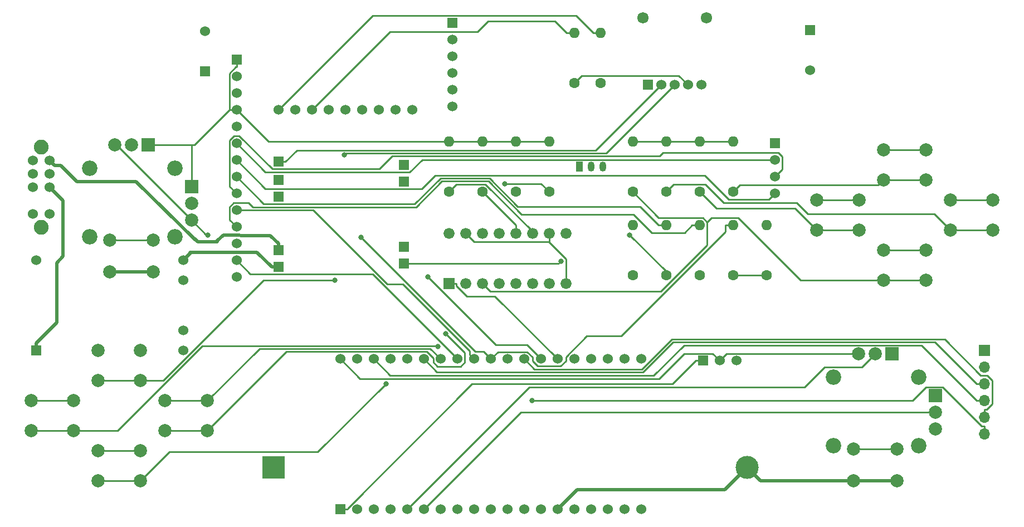
<source format=gbr>
G04 #@! TF.GenerationSoftware,KiCad,Pcbnew,5.1.6-c6e7f7d~86~ubuntu19.10.1*
G04 #@! TF.CreationDate,2020-06-13T17:36:59-04:00*
G04 #@! TF.ProjectId,Esp32Badge-v1,45737033-3242-4616-9467-652d76312e6b,2*
G04 #@! TF.SameCoordinates,Original*
G04 #@! TF.FileFunction,Copper,L1,Top*
G04 #@! TF.FilePolarity,Positive*
%FSLAX46Y46*%
G04 Gerber Fmt 4.6, Leading zero omitted, Abs format (unit mm)*
G04 Created by KiCad (PCBNEW 5.1.6-c6e7f7d~86~ubuntu19.10.1) date 2020-06-13 17:36:59*
%MOMM*%
%LPD*%
G01*
G04 APERTURE LIST*
G04 #@! TA.AperFunction,ComponentPad*
%ADD10C,2.000000*%
G04 #@! TD*
G04 #@! TA.AperFunction,ComponentPad*
%ADD11R,2.000000X2.000000*%
G04 #@! TD*
G04 #@! TA.AperFunction,ComponentPad*
%ADD12C,2.340000*%
G04 #@! TD*
G04 #@! TA.AperFunction,ComponentPad*
%ADD13O,1.700000X1.700000*%
G04 #@! TD*
G04 #@! TA.AperFunction,ComponentPad*
%ADD14R,1.700000X1.700000*%
G04 #@! TD*
G04 #@! TA.AperFunction,ComponentPad*
%ADD15C,1.530000*%
G04 #@! TD*
G04 #@! TA.AperFunction,ComponentPad*
%ADD16R,1.530000X1.530000*%
G04 #@! TD*
G04 #@! TA.AperFunction,ComponentPad*
%ADD17C,1.524000*%
G04 #@! TD*
G04 #@! TA.AperFunction,ComponentPad*
%ADD18R,1.524000X1.524000*%
G04 #@! TD*
G04 #@! TA.AperFunction,ComponentPad*
%ADD19C,2.250000*%
G04 #@! TD*
G04 #@! TA.AperFunction,ComponentPad*
%ADD20O,1.600000X1.600000*%
G04 #@! TD*
G04 #@! TA.AperFunction,ComponentPad*
%ADD21C,1.600000*%
G04 #@! TD*
G04 #@! TA.AperFunction,ComponentPad*
%ADD22R,1.050000X1.500000*%
G04 #@! TD*
G04 #@! TA.AperFunction,ComponentPad*
%ADD23O,1.050000X1.500000*%
G04 #@! TD*
G04 #@! TA.AperFunction,ComponentPad*
%ADD24R,3.500000X3.500000*%
G04 #@! TD*
G04 #@! TA.AperFunction,ComponentPad*
%ADD25C,3.500000*%
G04 #@! TD*
G04 #@! TA.AperFunction,ComponentPad*
%ADD26C,1.724000*%
G04 #@! TD*
G04 #@! TA.AperFunction,ComponentPad*
%ADD27C,1.676400*%
G04 #@! TD*
G04 #@! TA.AperFunction,ComponentPad*
%ADD28R,1.676400X1.676400*%
G04 #@! TD*
G04 #@! TA.AperFunction,ViaPad*
%ADD29C,0.800000*%
G04 #@! TD*
G04 #@! TA.AperFunction,Conductor*
%ADD30C,0.250000*%
G04 #@! TD*
G04 #@! TA.AperFunction,Conductor*
%ADD31C,0.500000*%
G04 #@! TD*
G04 APERTURE END LIST*
D10*
X81280000Y-47498000D03*
D11*
X83820000Y-47498000D03*
D10*
X78740000Y-47498000D03*
D11*
X90424000Y-53848000D03*
D10*
X90424000Y-56388000D03*
X90424000Y-58928000D03*
X77978000Y-61976000D03*
X84582000Y-61976000D03*
D12*
X74930000Y-51054000D03*
X87884000Y-51054000D03*
X87884000Y-61468000D03*
X74930000Y-61468000D03*
D10*
X77978000Y-66802000D03*
X84582000Y-66802000D03*
X194310000Y-79248000D03*
D11*
X196850000Y-79248000D03*
D10*
X191770000Y-79248000D03*
D11*
X203454000Y-85598000D03*
D10*
X203454000Y-88138000D03*
X203454000Y-90678000D03*
X191008000Y-93726000D03*
X197612000Y-93726000D03*
D12*
X187960000Y-82804000D03*
X200914000Y-82804000D03*
X200914000Y-93218000D03*
X187960000Y-93218000D03*
D10*
X191008000Y-98552000D03*
X197612000Y-98552000D03*
D13*
X210922000Y-91389200D03*
X210922000Y-88849200D03*
X210922000Y-86309200D03*
X210922000Y-83769200D03*
X210922000Y-81229200D03*
D14*
X210922000Y-78689200D03*
D15*
X113040000Y-80010000D03*
X115580000Y-80010000D03*
X118120000Y-80010000D03*
X120660000Y-80010000D03*
X123200000Y-80010000D03*
X125740000Y-80010000D03*
X128280000Y-80010000D03*
X130820000Y-80010000D03*
X133360000Y-80010000D03*
X135900000Y-80010000D03*
X138440000Y-80010000D03*
X140980000Y-80010000D03*
X143520000Y-80010000D03*
X146060000Y-80010000D03*
X148600000Y-80010000D03*
X151140000Y-80010000D03*
X153680000Y-80010000D03*
X156220000Y-80010000D03*
X158760000Y-80010000D03*
X158760000Y-102870000D03*
X156220000Y-102870000D03*
X153680000Y-102870000D03*
X151140000Y-102870000D03*
X148600000Y-102870000D03*
X146060000Y-102870000D03*
X143520000Y-102870000D03*
X140980000Y-102870000D03*
X138440000Y-102870000D03*
X135900000Y-102870000D03*
X133360000Y-102870000D03*
X130820000Y-102870000D03*
X128280000Y-102870000D03*
X125740000Y-102870000D03*
X123200000Y-102870000D03*
X120660000Y-102870000D03*
X118120000Y-102870000D03*
X115580000Y-102870000D03*
D16*
X113040000Y-102870000D03*
D17*
X89204800Y-78663800D03*
X89204800Y-75615800D03*
X89204800Y-67995800D03*
X89204800Y-64947800D03*
X66852800Y-64947800D03*
D18*
X66852800Y-78663800D03*
D17*
X66294000Y-57937400D03*
X66294000Y-53873400D03*
X66294000Y-51841400D03*
X68834000Y-57937400D03*
X68834000Y-53873400D03*
X68834000Y-51841400D03*
X66294000Y-49809400D03*
X68834000Y-49809400D03*
D19*
X67564000Y-59969400D03*
X67564000Y-47777400D03*
D17*
X173228000Y-80264000D03*
X170688000Y-80264000D03*
D18*
X168148000Y-80264000D03*
D20*
X152640000Y-30480000D03*
D21*
X152640000Y-38100000D03*
D20*
X148590000Y-30480000D03*
D21*
X148590000Y-38100000D03*
D22*
X149352000Y-50800000D03*
D23*
X152908000Y-50800000D03*
X151130000Y-50800000D03*
D20*
X162560000Y-59690000D03*
D21*
X162560000Y-67310000D03*
D18*
X179070000Y-47244000D03*
D17*
X179070000Y-49784000D03*
X179070000Y-52324000D03*
X179070000Y-54864000D03*
X97282000Y-67564000D03*
X97282000Y-65024000D03*
X97282000Y-62484000D03*
X97282000Y-59944000D03*
X97282000Y-57404000D03*
X97282000Y-54864000D03*
X97282000Y-52324000D03*
X97282000Y-49784000D03*
X97282000Y-47244000D03*
X97282000Y-44704000D03*
X97282000Y-42164000D03*
X97282000Y-39624000D03*
X97282000Y-37084000D03*
D18*
X97282000Y-34544000D03*
D24*
X102870000Y-96520000D03*
D25*
X174870000Y-96520000D03*
D26*
X168656000Y-28194000D03*
X159004000Y-28194000D03*
D18*
X159766000Y-38354000D03*
D17*
X161798000Y-38354000D03*
X167894000Y-38354000D03*
X165862000Y-38354000D03*
X163830000Y-38354000D03*
D18*
X103632000Y-55372000D03*
X103632000Y-52832000D03*
X103632000Y-63500000D03*
X103632000Y-66040000D03*
X103632000Y-50038000D03*
X122682000Y-62992000D03*
X122682000Y-65532000D03*
X122682000Y-53086000D03*
X122682000Y-50546000D03*
D17*
X103632000Y-42164000D03*
X106172000Y-42164000D03*
X108712000Y-42164000D03*
X111252000Y-42164000D03*
X113792000Y-42164000D03*
X116332000Y-42164000D03*
X118872000Y-42164000D03*
X121412000Y-42164000D03*
X123952000Y-42164000D03*
X130048000Y-41656000D03*
X130048000Y-39116000D03*
X130048000Y-36576000D03*
X130048000Y-34036000D03*
X130048000Y-31496000D03*
D18*
X130048000Y-28956000D03*
D27*
X129540000Y-60960000D03*
X132080000Y-60960000D03*
X134620000Y-60960000D03*
X137160000Y-60960000D03*
X139700000Y-60960000D03*
X142240000Y-60960000D03*
X144780000Y-60960000D03*
X147320000Y-60960000D03*
X147320000Y-68580000D03*
X144780000Y-68580000D03*
X142240000Y-68580000D03*
X139700000Y-68580000D03*
X137160000Y-68580000D03*
X134620000Y-68580000D03*
X132080000Y-68580000D03*
D28*
X129540000Y-68580000D03*
D20*
X157480000Y-59690000D03*
D21*
X157480000Y-67310000D03*
D20*
X177800000Y-59690000D03*
D21*
X177800000Y-67310000D03*
D20*
X172720000Y-59690000D03*
D21*
X172720000Y-67310000D03*
D20*
X167640000Y-59690000D03*
D21*
X167640000Y-67310000D03*
D20*
X172720000Y-46990000D03*
D21*
X172720000Y-54610000D03*
D20*
X167640000Y-46990000D03*
D21*
X167640000Y-54610000D03*
D20*
X162560000Y-46990000D03*
D21*
X162560000Y-54610000D03*
D20*
X157480000Y-46990000D03*
D21*
X157480000Y-54610000D03*
D18*
X184404000Y-30018000D03*
D17*
X184404000Y-36114000D03*
D18*
X92456000Y-36322000D03*
D17*
X92456000Y-30226000D03*
D20*
X129540000Y-46990000D03*
D21*
X129540000Y-54610000D03*
D20*
X134620000Y-46990000D03*
D21*
X134620000Y-54610000D03*
D20*
X139700000Y-46990000D03*
D21*
X139700000Y-54610000D03*
D20*
X144780000Y-46990000D03*
D21*
X144780000Y-54610000D03*
D10*
X82700000Y-78740000D03*
X82700000Y-83240000D03*
X76200000Y-78740000D03*
X76200000Y-83240000D03*
X82700000Y-93980000D03*
X82700000Y-98480000D03*
X76200000Y-93980000D03*
X76200000Y-98480000D03*
X72540000Y-86360000D03*
X72540000Y-90860000D03*
X66040000Y-86360000D03*
X66040000Y-90860000D03*
X92860000Y-86360000D03*
X92860000Y-90860000D03*
X86360000Y-86360000D03*
X86360000Y-90860000D03*
X202080000Y-63500000D03*
X202080000Y-68000000D03*
X195580000Y-63500000D03*
X195580000Y-68000000D03*
X212240000Y-55880000D03*
X212240000Y-60380000D03*
X205740000Y-55880000D03*
X205740000Y-60380000D03*
X191920000Y-55880000D03*
X191920000Y-60380000D03*
X185420000Y-55880000D03*
X185420000Y-60380000D03*
X202080000Y-48260000D03*
X202080000Y-52760000D03*
X195580000Y-48260000D03*
X195580000Y-52760000D03*
D29*
X112247500Y-68066200D03*
X119984800Y-83768500D03*
X127916400Y-78083300D03*
X138009700Y-53375900D03*
X129032800Y-76148300D03*
X142167100Y-86365300D03*
X146575700Y-65131000D03*
X116165400Y-61509200D03*
X113697100Y-49018000D03*
X92944200Y-61187000D03*
X157046300Y-61198700D03*
X126358900Y-67561000D03*
D30*
X128280000Y-80010000D02*
X126722300Y-78452300D01*
X126722300Y-78452300D02*
X100767700Y-78452300D01*
X100767700Y-78452300D02*
X92860000Y-86360000D01*
X144723700Y-62235300D02*
X144780000Y-62179000D01*
X144780000Y-62179000D02*
X144780000Y-60960000D01*
X132080000Y-60960000D02*
X133355300Y-62235300D01*
X133355300Y-62235300D02*
X144723700Y-62235300D01*
X147320000Y-68580000D02*
X147320000Y-64831600D01*
X147320000Y-64831600D02*
X144723700Y-62235300D01*
D31*
X191008000Y-98552000D02*
X176902000Y-98552000D01*
X176902000Y-98552000D02*
X174870000Y-96520000D01*
X197612000Y-98552000D02*
X191008000Y-98552000D01*
X146060000Y-102870000D02*
X149062500Y-99867500D01*
X149062500Y-99867500D02*
X171522500Y-99867500D01*
X171522500Y-99867500D02*
X174870000Y-96520000D01*
D30*
X86360000Y-86360000D02*
X92860000Y-86360000D01*
D31*
X84582000Y-66802000D02*
X77978000Y-66802000D01*
X100406200Y-63766700D02*
X90247700Y-63766700D01*
X90249400Y-63903200D02*
X89204800Y-64947800D01*
D30*
X76200000Y-93980000D02*
X82700000Y-93980000D01*
X66040000Y-86360000D02*
X72540000Y-86360000D01*
X195580000Y-63500000D02*
X202080000Y-63500000D01*
X205740000Y-55880000D02*
X212240000Y-55880000D01*
X185420000Y-55880000D02*
X191920000Y-55880000D01*
X195580000Y-48260000D02*
X202080000Y-48260000D01*
D31*
X102620000Y-66040000D02*
X103632000Y-66040000D01*
X100406200Y-63826200D02*
X102620000Y-66040000D01*
D30*
X100406200Y-63766700D02*
X100406200Y-63826200D01*
X114130300Y-102870000D02*
X114130300Y-102777700D01*
X114130300Y-102777700D02*
X133084900Y-83823100D01*
X133084900Y-83823100D02*
X163501600Y-83823100D01*
X163501600Y-83823100D02*
X167060700Y-80264000D01*
X129540000Y-46990000D02*
X102108000Y-46990000D01*
X102108000Y-46990000D02*
X97282000Y-42164000D01*
X134620000Y-46990000D02*
X129540000Y-46990000D01*
X113040000Y-102870000D02*
X114130300Y-102870000D01*
X168148000Y-80264000D02*
X167060700Y-80264000D01*
X96191500Y-42164000D02*
X90857500Y-47498000D01*
X90857500Y-47498000D02*
X90424000Y-47498000D01*
X97282000Y-42164000D02*
X96191500Y-42164000D01*
X96191500Y-42164000D02*
X96191500Y-36585900D01*
X96191500Y-36585900D02*
X97146100Y-35631300D01*
X97146100Y-35631300D02*
X97282000Y-35631300D01*
X97282000Y-34544000D02*
X97282000Y-35631300D01*
X139700000Y-46990000D02*
X144780000Y-46990000D01*
X134620000Y-46990000D02*
X139700000Y-46990000D01*
X90424000Y-47498000D02*
X85145300Y-47498000D01*
X90424000Y-52522700D02*
X90424000Y-47498000D01*
X90424000Y-53848000D02*
X90424000Y-52522700D01*
X83820000Y-47498000D02*
X85145300Y-47498000D01*
X172720000Y-67310000D02*
X177800000Y-67310000D01*
X167640000Y-46990000D02*
X172720000Y-46990000D01*
X162560000Y-46990000D02*
X167640000Y-46990000D01*
X157480000Y-46990000D02*
X162560000Y-46990000D01*
X129540000Y-54610000D02*
X130695600Y-53454400D01*
X130695600Y-53454400D02*
X135109600Y-53454400D01*
X135109600Y-53454400D02*
X142240000Y-60584800D01*
X142240000Y-60584800D02*
X142240000Y-60960000D01*
X82700000Y-83240000D02*
X86166400Y-83240000D01*
X86166400Y-83240000D02*
X101340200Y-68066200D01*
X101340200Y-68066200D02*
X112247500Y-68066200D01*
X76200000Y-83240000D02*
X82700000Y-83240000D01*
X82700000Y-98480000D02*
X87054000Y-94126000D01*
X87054000Y-94126000D02*
X109627300Y-94126000D01*
X109627300Y-94126000D02*
X119984800Y-83768500D01*
X76200000Y-98480000D02*
X82700000Y-98480000D01*
X134620000Y-54610000D02*
X139700000Y-59690000D01*
X139700000Y-59690000D02*
X139700000Y-60960000D01*
X127916400Y-78083300D02*
X127822500Y-77989400D01*
X127822500Y-77989400D02*
X92053900Y-77989400D01*
X92053900Y-77989400D02*
X79183300Y-90860000D01*
X79183300Y-90860000D02*
X72540000Y-90860000D01*
X66040000Y-90860000D02*
X72540000Y-90860000D01*
X129032800Y-76148300D02*
X131967200Y-79082700D01*
X131967200Y-79082700D02*
X131967200Y-80485900D01*
X131967200Y-80485900D02*
X131320900Y-81132200D01*
X131320900Y-81132200D02*
X127809000Y-81132200D01*
X127809000Y-81132200D02*
X127180700Y-80503900D01*
X127180700Y-80503900D02*
X127180700Y-79875500D01*
X127180700Y-79875500D02*
X126212100Y-78906900D01*
X126212100Y-78906900D02*
X104813100Y-78906900D01*
X104813100Y-78906900D02*
X92860000Y-90860000D01*
X138009700Y-53375900D02*
X143545900Y-53375900D01*
X143545900Y-53375900D02*
X144780000Y-54610000D01*
X86360000Y-90860000D02*
X92860000Y-90860000D01*
X210922000Y-83769200D02*
X209746700Y-83769200D01*
X125740000Y-80010000D02*
X127741300Y-82011300D01*
X127741300Y-82011300D02*
X159063100Y-82011300D01*
X159063100Y-82011300D02*
X163613100Y-77461300D01*
X163613100Y-77461300D02*
X203438800Y-77461300D01*
X203438800Y-77461300D02*
X209746700Y-83769200D01*
X118120000Y-80010000D02*
X120636300Y-82526300D01*
X120636300Y-82526300D02*
X160669100Y-82526300D01*
X160669100Y-82526300D02*
X165273500Y-77921900D01*
X165273500Y-77921900D02*
X201359400Y-77921900D01*
X201359400Y-77921900D02*
X209746700Y-86309200D01*
X210922000Y-86309200D02*
X209746700Y-86309200D01*
X210922000Y-91389200D02*
X210922000Y-90213900D01*
X142167100Y-86365300D02*
X199979400Y-86365300D01*
X199979400Y-86365300D02*
X202072000Y-84272700D01*
X202072000Y-84272700D02*
X204601600Y-84272700D01*
X204601600Y-84272700D02*
X210542800Y-90213900D01*
X210542800Y-90213900D02*
X210922000Y-90213900D01*
X210922000Y-87673900D02*
X211289300Y-87673900D01*
X211289300Y-87673900D02*
X212131100Y-86832100D01*
X212131100Y-86832100D02*
X212131100Y-83295100D01*
X212131100Y-83295100D02*
X211335200Y-82499200D01*
X211335200Y-82499200D02*
X210383700Y-82499200D01*
X210383700Y-82499200D02*
X204895400Y-77010900D01*
X204895400Y-77010900D02*
X163426600Y-77010900D01*
X163426600Y-77010900D02*
X158881500Y-81556000D01*
X158881500Y-81556000D02*
X142526000Y-81556000D01*
X142526000Y-81556000D02*
X140980000Y-80010000D01*
X210922000Y-88849200D02*
X210922000Y-87673900D01*
X179070000Y-49784000D02*
X179005300Y-49719300D01*
X179005300Y-49719300D02*
X125492800Y-49719300D01*
X125492800Y-49719300D02*
X123578800Y-51633300D01*
X123578800Y-51633300D02*
X101671300Y-51633300D01*
X101671300Y-51633300D02*
X97282000Y-47244000D01*
X97282000Y-65024000D02*
X99385300Y-67127300D01*
X99385300Y-67127300D02*
X117986200Y-67127300D01*
X117986200Y-67127300D02*
X130820000Y-79961100D01*
X130820000Y-79961100D02*
X130820000Y-80010000D01*
X97282000Y-54864000D02*
X96192400Y-53774400D01*
X96192400Y-53774400D02*
X96192400Y-46758400D01*
X96192400Y-46758400D02*
X96878800Y-46072000D01*
X96878800Y-46072000D02*
X97661800Y-46072000D01*
X97661800Y-46072000D02*
X102715200Y-51125400D01*
X102715200Y-51125400D02*
X118960400Y-51125400D01*
X118960400Y-51125400D02*
X120898900Y-49186900D01*
X120898900Y-49186900D02*
X161542700Y-49186900D01*
X161542700Y-49186900D02*
X162050400Y-48679200D01*
X162050400Y-48679200D02*
X179578800Y-48679200D01*
X179578800Y-48679200D02*
X180168700Y-49269100D01*
X180168700Y-49269100D02*
X180168700Y-51225300D01*
X180168700Y-51225300D02*
X179070000Y-52324000D01*
X97282000Y-57404000D02*
X108899800Y-57404000D01*
X108899800Y-57404000D02*
X120165200Y-68669400D01*
X120165200Y-68669400D02*
X122584400Y-68669400D01*
X122584400Y-68669400D02*
X132695900Y-78780900D01*
X132695900Y-78780900D02*
X132695900Y-79346000D01*
X132695900Y-79346000D02*
X132696000Y-79346000D01*
X132696000Y-79346000D02*
X133360000Y-80010000D01*
X179070000Y-54864000D02*
X178192200Y-55741800D01*
X178192200Y-55741800D02*
X172098000Y-55741800D01*
X172098000Y-55741800D02*
X168459600Y-52103400D01*
X168459600Y-52103400D02*
X127495300Y-52103400D01*
X127495300Y-52103400D02*
X125425300Y-54173400D01*
X125425300Y-54173400D02*
X101671400Y-54173400D01*
X101671400Y-54173400D02*
X97282000Y-49784000D01*
X123769300Y-65532000D02*
X146174700Y-65532000D01*
X146174700Y-65532000D02*
X146575700Y-65131000D01*
X122682000Y-65532000D02*
X123769300Y-65532000D01*
X195580000Y-68000000D02*
X182972200Y-68000000D01*
X182972200Y-68000000D02*
X173534200Y-58562000D01*
X173534200Y-58562000D02*
X169450700Y-58562000D01*
X169450700Y-58562000D02*
X168798500Y-59214200D01*
X202080000Y-68000000D02*
X195580000Y-68000000D01*
X168798500Y-59214200D02*
X168798500Y-62721900D01*
X168798500Y-62721900D02*
X161759500Y-69760900D01*
X161759500Y-69760900D02*
X135800900Y-69760900D01*
X135800900Y-69760900D02*
X134620000Y-68580000D01*
X157480000Y-54610000D02*
X161434600Y-58564600D01*
X161434600Y-58564600D02*
X168148900Y-58564600D01*
X168148900Y-58564600D02*
X168798500Y-59214200D01*
X205740000Y-60380000D02*
X203330800Y-57970800D01*
X203330800Y-57970800D02*
X184094600Y-57970800D01*
X184094600Y-57970800D02*
X182373100Y-56249300D01*
X182373100Y-56249300D02*
X171331700Y-56249300D01*
X171331700Y-56249300D02*
X168555300Y-53472900D01*
X168555300Y-53472900D02*
X163697100Y-53472900D01*
X163697100Y-53472900D02*
X162560000Y-54610000D01*
X205740000Y-60380000D02*
X212240000Y-60380000D01*
X185420000Y-60380000D02*
X182189900Y-57149900D01*
X182189900Y-57149900D02*
X170179900Y-57149900D01*
X170179900Y-57149900D02*
X167640000Y-54610000D01*
X191920000Y-60380000D02*
X185420000Y-60380000D01*
X195580000Y-52760000D02*
X194746000Y-53594000D01*
X194746000Y-53594000D02*
X173736000Y-53594000D01*
X173736000Y-53594000D02*
X172720000Y-54610000D01*
X202080000Y-52760000D02*
X195580000Y-52760000D01*
X166514700Y-59690000D02*
X165389400Y-60815300D01*
X165389400Y-60815300D02*
X160405800Y-60815300D01*
X160405800Y-60815300D02*
X157635300Y-58044800D01*
X157635300Y-58044800D02*
X140598600Y-58044800D01*
X140598600Y-58044800D02*
X135557800Y-53004000D01*
X135557800Y-53004000D02*
X128453200Y-53004000D01*
X128453200Y-53004000D02*
X124547400Y-56909800D01*
X124547400Y-56909800D02*
X99734200Y-56909800D01*
X99734200Y-56909800D02*
X99120700Y-56296300D01*
X99120700Y-56296300D02*
X96813400Y-56296300D01*
X96813400Y-56296300D02*
X96192400Y-56917300D01*
X96192400Y-56917300D02*
X96192400Y-58854400D01*
X96192400Y-58854400D02*
X97282000Y-59944000D01*
X167640000Y-59690000D02*
X166514700Y-59690000D01*
X116165400Y-61509200D02*
X133551800Y-78895600D01*
X133551800Y-78895600D02*
X134785600Y-78895600D01*
X134785600Y-78895600D02*
X135900000Y-80010000D01*
X171594700Y-59690000D02*
X171594700Y-60674600D01*
X171594700Y-60674600D02*
X155731000Y-76538300D01*
X155731000Y-76538300D02*
X150490800Y-76538300D01*
X150490800Y-76538300D02*
X147330000Y-79699100D01*
X147330000Y-79699100D02*
X147330000Y-80295000D01*
X147330000Y-80295000D02*
X146519300Y-81105700D01*
X146519300Y-81105700D02*
X143065200Y-81105700D01*
X143065200Y-81105700D02*
X142250000Y-80290500D01*
X142250000Y-80290500D02*
X142250000Y-79710700D01*
X142250000Y-79710700D02*
X141459000Y-78919700D01*
X141459000Y-78919700D02*
X136990300Y-78919700D01*
X136990300Y-78919700D02*
X135900000Y-80010000D01*
X172720000Y-59690000D02*
X171594700Y-59690000D01*
X161798000Y-38354000D02*
X151865700Y-48286300D01*
X151865700Y-48286300D02*
X106471000Y-48286300D01*
X106471000Y-48286300D02*
X104719300Y-50038000D01*
X103632000Y-50038000D02*
X104719300Y-50038000D01*
X163830000Y-38354000D02*
X153447400Y-48736600D01*
X153447400Y-48736600D02*
X113978500Y-48736600D01*
X113978500Y-48736600D02*
X113697100Y-49018000D01*
D31*
X69595999Y-50571399D02*
X70548499Y-50571399D01*
X68834000Y-49809400D02*
X69595999Y-50571399D01*
X70548499Y-50571399D02*
X72986900Y-53009800D01*
X72986900Y-53009800D02*
X82016600Y-53009800D01*
X90906600Y-61709300D02*
X91364397Y-62167097D01*
X91061400Y-61935400D02*
X90780197Y-61657903D01*
X90780197Y-61657903D02*
X82016600Y-53009800D01*
X100398000Y-61226300D02*
X95250000Y-61175900D01*
X94386400Y-62039500D02*
X95250000Y-61175900D01*
X94373700Y-62166500D02*
X94373700Y-61963300D01*
X103632000Y-62488000D02*
X103632000Y-63500000D01*
X102370300Y-61226300D02*
X103632000Y-62488000D01*
X100398000Y-61226300D02*
X102370300Y-61226300D01*
D30*
X94258803Y-62167097D02*
X94386400Y-62039500D01*
D31*
X91364397Y-62167097D02*
X94258803Y-62167097D01*
D30*
X129540000Y-68580000D02*
X130703500Y-68580000D01*
X130703500Y-68580000D02*
X130703500Y-68870900D01*
X130703500Y-68870900D02*
X132324800Y-70492200D01*
X132324800Y-70492200D02*
X136542200Y-70492200D01*
X136542200Y-70492200D02*
X146060000Y-80010000D01*
X194310000Y-79248000D02*
X192298200Y-81259800D01*
X192298200Y-81259800D02*
X186625400Y-81259800D01*
X186625400Y-81259800D02*
X183611800Y-84273400D01*
X183611800Y-84273400D02*
X141796600Y-84273400D01*
X141796600Y-84273400D02*
X123200000Y-102870000D01*
X125740000Y-102870000D02*
X140472000Y-88138000D01*
X140472000Y-88138000D02*
X203454000Y-88138000D01*
X113040000Y-80010000D02*
X116035000Y-83005000D01*
X116035000Y-83005000D02*
X161464200Y-83005000D01*
X161464200Y-83005000D02*
X165292600Y-79176600D01*
X165292600Y-79176600D02*
X169600600Y-79176600D01*
X169600600Y-79176600D02*
X170688000Y-80264000D01*
X191770000Y-79248000D02*
X191695900Y-79173900D01*
X191695900Y-79173900D02*
X171778100Y-79173900D01*
X171778100Y-79173900D02*
X170688000Y-80264000D01*
X92944200Y-61187000D02*
X92683000Y-61187000D01*
X92683000Y-61187000D02*
X90424000Y-58928000D01*
X90424000Y-58928000D02*
X78994000Y-47498000D01*
X78994000Y-47498000D02*
X78740000Y-47498000D01*
X157046300Y-61198700D02*
X162560000Y-66712400D01*
X162560000Y-66712400D02*
X162560000Y-67310000D01*
X161434700Y-59690000D02*
X158574300Y-56829600D01*
X158574300Y-56829600D02*
X140020300Y-56829600D01*
X140020300Y-56829600D02*
X135744400Y-52553700D01*
X135744400Y-52553700D02*
X128266500Y-52553700D01*
X128266500Y-52553700D02*
X124360800Y-56459400D01*
X124360800Y-56459400D02*
X101417400Y-56459400D01*
X101417400Y-56459400D02*
X97282000Y-52324000D01*
X162560000Y-59690000D02*
X161434700Y-59690000D01*
X165862000Y-38354000D02*
X164448500Y-36940500D01*
X164448500Y-36940500D02*
X149749500Y-36940500D01*
X149749500Y-36940500D02*
X148590000Y-38100000D01*
X152640000Y-30480000D02*
X151514700Y-30480000D01*
X103632000Y-42164000D02*
X117959400Y-27836600D01*
X117959400Y-27836600D02*
X148871300Y-27836600D01*
X148871300Y-27836600D02*
X151514700Y-30480000D01*
X143520000Y-80010000D02*
X141392500Y-77882500D01*
X141392500Y-77882500D02*
X136680400Y-77882500D01*
X136680400Y-77882500D02*
X126358900Y-67561000D01*
X108712000Y-42164000D02*
X120569300Y-30306700D01*
X120569300Y-30306700D02*
X133925500Y-30306700D01*
X133925500Y-30306700D02*
X135526800Y-28705400D01*
X135526800Y-28705400D02*
X145690100Y-28705400D01*
X145690100Y-28705400D02*
X147464700Y-30480000D01*
X148590000Y-30480000D02*
X147464700Y-30480000D01*
X84582000Y-61976000D02*
X77978000Y-61976000D01*
X197612000Y-93726000D02*
X191008000Y-93726000D01*
D31*
X66852800Y-78663800D02*
X66852800Y-77576500D01*
X69955900Y-74473400D02*
X66852800Y-77576500D01*
X69955900Y-65388000D02*
X70916800Y-64427100D01*
X69955900Y-74473400D02*
X69955900Y-65388000D01*
X70916800Y-55956200D02*
X68834000Y-53873400D01*
X70916800Y-64427100D02*
X70916800Y-55956200D01*
M02*

</source>
